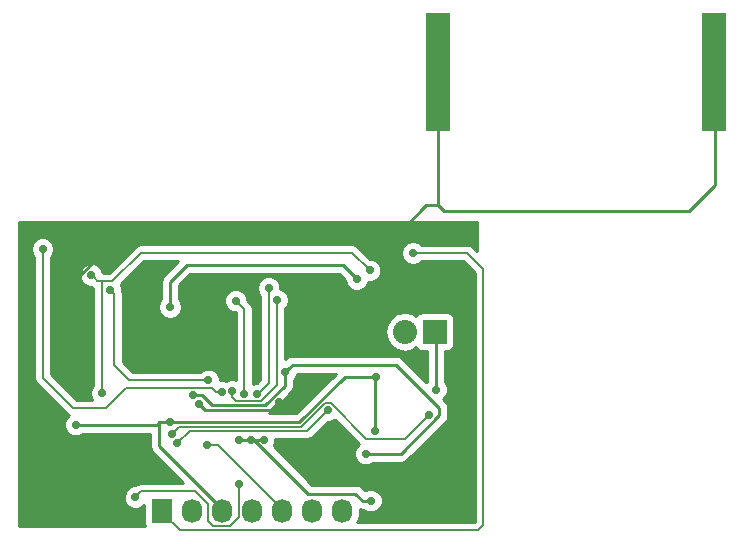
<source format=gbl>
G04 #@! TF.FileFunction,Copper,L2,Bot,Signal*
%FSLAX46Y46*%
G04 Gerber Fmt 4.6, Leading zero omitted, Abs format (unit mm)*
G04 Created by KiCad (PCBNEW (2015-11-06 BZR 6302)-product) date 2015. November 08., Vasárnap 12:44:23*
%MOMM*%
G01*
G04 APERTURE LIST*
%ADD10C,0.100000*%
%ADD11R,1.727200X2.032000*%
%ADD12O,1.727200X2.032000*%
%ADD13R,2.000000X10.000000*%
%ADD14R,2.032000X2.032000*%
%ADD15O,2.032000X2.032000*%
%ADD16C,0.708000*%
%ADD17C,0.252400*%
%ADD18C,0.152400*%
%ADD19C,0.254000*%
G04 APERTURE END LIST*
D10*
D11*
X61239400Y-74574400D03*
D12*
X63779400Y-74574400D03*
X66319400Y-74574400D03*
X68859400Y-74574400D03*
X71399400Y-74574400D03*
X73939400Y-74574400D03*
X76479400Y-74574400D03*
D13*
X84591400Y-37388800D03*
X107991400Y-37388800D03*
D14*
X84300000Y-59400000D03*
D15*
X81760000Y-59400000D03*
D16*
X54302000Y-55360178D03*
X78200339Y-72339479D03*
X79000000Y-75000000D03*
X83000000Y-75000000D03*
X87000000Y-75000000D03*
X87000000Y-71000000D03*
X87000000Y-67000000D03*
X87000000Y-63000000D03*
X87000000Y-59000000D03*
X87000000Y-55000000D03*
X78697809Y-52234571D03*
X87000000Y-51000000D03*
X83000000Y-51000000D03*
X79000000Y-51000000D03*
X75000000Y-51000000D03*
X71000000Y-51000000D03*
X67000000Y-51000000D03*
X63000000Y-51000000D03*
X59000000Y-51000000D03*
X55000000Y-51000000D03*
X51000000Y-51000000D03*
X50000000Y-54000000D03*
X50000000Y-58000000D03*
X50000000Y-62000000D03*
X50000000Y-66000000D03*
X50000000Y-70000000D03*
X50000000Y-74000000D03*
X53000000Y-75000000D03*
X57000000Y-75000000D03*
X58500000Y-52200000D03*
X64320371Y-65517832D03*
X72433180Y-66144140D03*
X76197460Y-71450200D03*
X72362060Y-69992240D03*
X71147940Y-65351660D03*
X53909436Y-67268361D03*
X84400000Y-64300000D03*
X79273400Y-67767200D03*
X79298800Y-63220600D03*
X61925200Y-67081400D03*
X63873412Y-64782620D03*
X78460600Y-69723000D03*
X71628000Y-62839600D03*
X62489080Y-68854320D03*
X75234800Y-66065400D03*
X69291200Y-64705378D03*
X70256400Y-55702200D03*
X67462400Y-56769000D03*
X68173600Y-64693800D03*
X67153350Y-64434124D03*
X70942200Y-56718200D03*
X77692607Y-54944045D03*
X61900000Y-57300000D03*
X62023123Y-68101874D03*
X83820000Y-66421000D03*
X78900000Y-73700000D03*
X69831084Y-68566621D03*
X67698436Y-68549140D03*
X68729800Y-68540400D03*
X56830489Y-55860895D03*
X65138850Y-63517380D03*
X82462183Y-52736095D03*
X65003680Y-68958460D03*
X51100000Y-52400000D03*
X66274005Y-64511116D03*
X58963560Y-73403460D03*
X67696080Y-72252840D03*
X55236493Y-54590955D03*
X78800000Y-54200000D03*
X56100000Y-64600000D03*
D17*
X58500000Y-52200000D02*
X56691196Y-52200000D01*
X54302000Y-54859547D02*
X54302000Y-55360178D01*
X56691196Y-52200000D02*
X54302000Y-54589196D01*
X54302000Y-54589196D02*
X54302000Y-54859547D01*
X78200339Y-72339479D02*
X76200000Y-72339479D01*
X76200000Y-72339479D02*
X74709299Y-72339479D01*
X76197460Y-71450200D02*
X76197460Y-71950831D01*
X76197460Y-71950831D02*
X76200000Y-71953371D01*
X76200000Y-71953371D02*
X76200000Y-72339479D01*
X74709299Y-72339479D02*
X72362060Y-69992240D01*
X83000000Y-75000000D02*
X79000000Y-75000000D01*
X87000000Y-71000000D02*
X87000000Y-75000000D01*
X87000000Y-63000000D02*
X87000000Y-67000000D01*
X87000000Y-55000000D02*
X87000000Y-59000000D01*
X84591400Y-48691400D02*
X83601006Y-48691400D01*
X83601006Y-48691400D02*
X80057835Y-52234571D01*
X80057835Y-52234571D02*
X79198440Y-52234571D01*
X79198440Y-52234571D02*
X78697809Y-52234571D01*
X83000000Y-51000000D02*
X87000000Y-51000000D01*
X75000000Y-51000000D02*
X79000000Y-51000000D01*
X67000000Y-51000000D02*
X71000000Y-51000000D01*
X59000000Y-51000000D02*
X63000000Y-51000000D01*
X51000000Y-51000000D02*
X55000000Y-51000000D01*
X50000000Y-58000000D02*
X50000000Y-54000000D01*
X50000000Y-66000000D02*
X50000000Y-62000000D01*
X50000000Y-74000000D02*
X50000000Y-70000000D01*
X57000000Y-75000000D02*
X53000000Y-75000000D01*
X64674370Y-65871831D02*
X64320371Y-65517832D01*
X70451980Y-66047620D02*
X64850159Y-66047620D01*
X64850159Y-66047620D02*
X64674370Y-65871831D01*
X108051600Y-41449000D02*
X108051600Y-47000000D01*
X85100000Y-49200000D02*
X105851600Y-49200000D01*
X105851600Y-49200000D02*
X108051600Y-47000000D01*
X84591400Y-48691400D02*
X85100000Y-49200000D01*
X84591400Y-37388800D02*
X84591400Y-48691400D01*
X72433180Y-66144140D02*
X70548500Y-66144140D01*
X70548500Y-66144140D02*
X70451980Y-66047620D01*
X72362060Y-69992240D02*
X72362060Y-68817260D01*
X72362060Y-68817260D02*
X72152740Y-68607940D01*
X72152740Y-68607940D02*
X71300340Y-68607940D01*
X70451980Y-66047620D02*
X71147940Y-65351660D01*
X107991400Y-37388800D02*
X107991400Y-41388800D01*
X107991400Y-41388800D02*
X108051600Y-41449000D01*
X54410067Y-67268361D02*
X53909436Y-67268361D01*
X60808599Y-67268361D02*
X54410067Y-67268361D01*
X60995560Y-67081400D02*
X60808599Y-67268361D01*
X84400000Y-64300000D02*
X84400000Y-59500000D01*
X84400000Y-59500000D02*
X84300000Y-59400000D01*
X62425831Y-67081400D02*
X61925200Y-67081400D01*
X76715574Y-63220600D02*
X72854774Y-67081400D01*
X72854774Y-67081400D02*
X62425831Y-67081400D01*
X79298800Y-63220600D02*
X76715574Y-63220600D01*
X60995560Y-67081400D02*
X61925200Y-67081400D01*
X66319400Y-74574400D02*
X66319400Y-74422000D01*
X66319400Y-74422000D02*
X60995560Y-69098160D01*
X60995560Y-69098160D02*
X60995560Y-67081400D01*
X79273400Y-67767200D02*
X79273400Y-63246000D01*
X79273400Y-63246000D02*
X79298800Y-63220600D01*
X78460600Y-69723000D02*
X81454250Y-69723000D01*
X84698483Y-66478767D02*
X84698483Y-65870777D01*
X81454250Y-69723000D02*
X84698483Y-66478767D01*
X81010895Y-62183189D02*
X72284411Y-62183189D01*
X84698483Y-65870777D02*
X81010895Y-62183189D01*
X72284411Y-62183189D02*
X71981999Y-62485601D01*
X71981999Y-62485601D02*
X71628000Y-62839600D01*
X65441031Y-65642809D02*
X64580842Y-64782620D01*
X69953559Y-65642809D02*
X65441031Y-65642809D01*
X64580842Y-64782620D02*
X64374043Y-64782620D01*
X71628000Y-62839600D02*
X71628000Y-63968368D01*
X71628000Y-63968368D02*
X69953559Y-65642809D01*
X64374043Y-64782620D02*
X63873412Y-64782620D01*
D18*
X62489080Y-68854320D02*
X63568580Y-67774820D01*
X73525380Y-67774820D02*
X74880801Y-66419399D01*
X74880801Y-66419399D02*
X75234800Y-66065400D01*
X63568580Y-67774820D02*
X73525380Y-67774820D01*
X70256400Y-55702200D02*
X70256400Y-63740178D01*
X69645199Y-64351379D02*
X69291200Y-64705378D01*
X70256400Y-63740178D02*
X69645199Y-64351379D01*
X68173600Y-57480200D02*
X67816399Y-57122999D01*
X68173600Y-64693800D02*
X68173600Y-57480200D01*
X67816399Y-57122999D02*
X67462400Y-56769000D01*
X69584652Y-65287998D02*
X67506593Y-65287998D01*
X70942200Y-56718200D02*
X70942200Y-63930450D01*
X70942200Y-63930450D02*
X69584652Y-65287998D01*
X67506593Y-65287998D02*
X67153350Y-64934755D01*
X67153350Y-64934755D02*
X67153350Y-64434124D01*
D17*
X61900000Y-57300000D02*
X61900000Y-55164515D01*
X61900000Y-55164515D02*
X63300265Y-53764250D01*
X63300265Y-53764250D02*
X76512812Y-53764250D01*
X76512812Y-53764250D02*
X77692607Y-54944045D01*
D18*
X78484650Y-68453000D02*
X75487450Y-65455800D01*
X81788000Y-68453000D02*
X78484650Y-68453000D01*
X83820000Y-66421000D02*
X81788000Y-68453000D01*
X62377122Y-67747875D02*
X62023123Y-68101874D01*
X74982152Y-65455800D02*
X72973660Y-67464292D01*
X62660705Y-67464292D02*
X62377122Y-67747875D01*
X72973660Y-67464292D02*
X62660705Y-67464292D01*
X75487450Y-65455800D02*
X74982152Y-65455800D01*
D17*
X78213361Y-73716391D02*
X78883609Y-73716391D01*
X78883609Y-73716391D02*
X78900000Y-73700000D01*
X78213361Y-73716391D02*
X77596970Y-73100000D01*
X77596970Y-73100000D02*
X73600000Y-73100000D01*
X73600000Y-73100000D02*
X69040400Y-68540400D01*
X69040400Y-68540400D02*
X68729800Y-68540400D01*
X69330453Y-68566621D02*
X69831084Y-68566621D01*
X68756021Y-68566621D02*
X69330453Y-68566621D01*
X68729800Y-68540400D02*
X68756021Y-68566621D01*
X68199067Y-68549140D02*
X67698436Y-68549140D01*
X68721060Y-68549140D02*
X68199067Y-68549140D01*
X68729800Y-68540400D02*
X68721060Y-68549140D01*
D18*
X65138850Y-63517380D02*
X58456682Y-63517380D01*
X57184488Y-62245186D02*
X57184488Y-56214894D01*
X58456682Y-63517380D02*
X57184488Y-62245186D01*
X57184488Y-56214894D02*
X56830489Y-55860895D01*
X61239400Y-74574400D02*
X61239400Y-74726800D01*
X61239400Y-74726800D02*
X62712600Y-76200000D01*
X62712600Y-76200000D02*
X88000000Y-76200000D01*
X88000000Y-76200000D02*
X88400000Y-75800000D01*
X87036095Y-52736095D02*
X82462183Y-52736095D01*
X88400000Y-75800000D02*
X88400000Y-54100000D01*
X88400000Y-54100000D02*
X87036095Y-52736095D01*
X71399400Y-74422000D02*
X71399400Y-74574400D01*
X65935860Y-68958460D02*
X71399400Y-74422000D01*
X65003680Y-68958460D02*
X65935860Y-68958460D01*
X53700000Y-65900000D02*
X51100000Y-63300000D01*
X51100000Y-63300000D02*
X51100000Y-52400000D01*
X56500000Y-65900000D02*
X53700000Y-65900000D01*
X58200000Y-64200000D02*
X56500000Y-65900000D01*
X65462258Y-64200000D02*
X58200000Y-64200000D01*
X65773374Y-64511116D02*
X65462258Y-64200000D01*
X66274005Y-64511116D02*
X65773374Y-64511116D01*
X64041020Y-72910700D02*
X59456320Y-72910700D01*
X59456320Y-72910700D02*
X58963560Y-73403460D01*
X65100200Y-73969880D02*
X64041020Y-72910700D01*
X65100200Y-75387200D02*
X65100200Y-73969880D01*
X65532010Y-75819010D02*
X65100200Y-75387200D01*
X67696080Y-75090020D02*
X66967090Y-75819010D01*
X66967090Y-75819010D02*
X65532010Y-75819010D01*
X67696080Y-72252840D02*
X67696080Y-75090020D01*
X55590492Y-54944954D02*
X55236493Y-54590955D01*
X55745538Y-55100000D02*
X55590492Y-54944954D01*
X56100000Y-55100000D02*
X55745538Y-55100000D01*
X59400000Y-52700000D02*
X77300000Y-52700000D01*
X77300000Y-52700000D02*
X78800000Y-54200000D01*
X57000000Y-55100000D02*
X59400000Y-52700000D01*
X56100000Y-55100000D02*
X57000000Y-55100000D01*
X56100000Y-64600000D02*
X56100000Y-55100000D01*
D19*
G36*
X87873000Y-52567212D02*
X87538989Y-52233201D01*
X87308260Y-52079032D01*
X87036095Y-52024895D01*
X83149662Y-52024895D01*
X83023138Y-51898150D01*
X82659770Y-51747267D01*
X82266322Y-51746923D01*
X81902691Y-51897172D01*
X81624238Y-52175140D01*
X81473355Y-52538508D01*
X81473011Y-52931956D01*
X81623260Y-53295587D01*
X81901228Y-53574040D01*
X82264596Y-53724923D01*
X82658044Y-53725267D01*
X83021675Y-53575018D01*
X83149621Y-53447295D01*
X86741507Y-53447295D01*
X87688800Y-54394588D01*
X87688800Y-75488800D01*
X77759579Y-75488800D01*
X77863926Y-75332634D01*
X77978000Y-74759145D01*
X77978000Y-74430776D01*
X78213361Y-74477592D01*
X78213366Y-74477591D01*
X78278796Y-74477591D01*
X78339045Y-74537945D01*
X78702413Y-74688828D01*
X79095861Y-74689172D01*
X79459492Y-74538923D01*
X79737945Y-74260955D01*
X79888828Y-73897587D01*
X79889172Y-73504139D01*
X79738923Y-73140508D01*
X79460955Y-72862055D01*
X79097587Y-72711172D01*
X78704139Y-72710828D01*
X78407051Y-72833582D01*
X78135220Y-72561750D01*
X77888269Y-72396743D01*
X77596970Y-72338800D01*
X73915300Y-72338800D01*
X70679312Y-69102812D01*
X70819912Y-68764208D01*
X70820155Y-68486020D01*
X73525380Y-68486020D01*
X73797545Y-68431883D01*
X74028274Y-68277714D01*
X75251573Y-67054415D01*
X75430661Y-67054572D01*
X75794292Y-66904323D01*
X75862298Y-66836436D01*
X77907357Y-68881495D01*
X77901108Y-68884077D01*
X77622655Y-69162045D01*
X77471772Y-69525413D01*
X77471428Y-69918861D01*
X77621677Y-70282492D01*
X77899645Y-70560945D01*
X78263013Y-70711828D01*
X78656461Y-70712172D01*
X79020092Y-70561923D01*
X79097951Y-70484200D01*
X81454250Y-70484200D01*
X81745549Y-70426257D01*
X81992500Y-70261250D01*
X85236730Y-67017019D01*
X85236733Y-67017017D01*
X85401740Y-66770066D01*
X85459683Y-66478767D01*
X85459683Y-65870777D01*
X85401740Y-65579478D01*
X85236733Y-65332527D01*
X85001347Y-65097141D01*
X85237945Y-64860955D01*
X85388828Y-64497587D01*
X85389172Y-64104139D01*
X85238923Y-63740508D01*
X85161200Y-63662649D01*
X85161200Y-61063440D01*
X85316000Y-61063440D01*
X85551317Y-61019162D01*
X85767441Y-60880090D01*
X85912431Y-60667890D01*
X85963440Y-60416000D01*
X85963440Y-58384000D01*
X85919162Y-58148683D01*
X85780090Y-57932559D01*
X85567890Y-57787569D01*
X85316000Y-57736560D01*
X83284000Y-57736560D01*
X83048683Y-57780838D01*
X82832559Y-57919910D01*
X82730802Y-58068837D01*
X82391810Y-57842330D01*
X81760000Y-57716655D01*
X81128190Y-57842330D01*
X80592567Y-58200222D01*
X80234675Y-58735845D01*
X80109000Y-59367655D01*
X80109000Y-59432345D01*
X80234675Y-60064155D01*
X80592567Y-60599778D01*
X81128190Y-60957670D01*
X81760000Y-61083345D01*
X82391810Y-60957670D01*
X82731792Y-60730501D01*
X82819910Y-60867441D01*
X83032110Y-61012431D01*
X83284000Y-61063440D01*
X83638800Y-61063440D01*
X83638800Y-63662434D01*
X83602688Y-63698482D01*
X81549145Y-61644939D01*
X81302194Y-61479932D01*
X81010895Y-61421989D01*
X72284411Y-61421989D01*
X71993112Y-61479932D01*
X71746161Y-61644939D01*
X71653400Y-61737700D01*
X71653400Y-57405679D01*
X71780145Y-57279155D01*
X71931028Y-56915787D01*
X71931372Y-56522339D01*
X71781123Y-56158708D01*
X71503155Y-55880255D01*
X71245339Y-55773201D01*
X71245572Y-55506339D01*
X71095323Y-55142708D01*
X70817355Y-54864255D01*
X70453987Y-54713372D01*
X70060539Y-54713028D01*
X69696908Y-54863277D01*
X69418455Y-55141245D01*
X69267572Y-55504613D01*
X69267228Y-55898061D01*
X69417477Y-56261692D01*
X69545200Y-56389638D01*
X69545200Y-63445589D01*
X69274427Y-63716363D01*
X69095339Y-63716206D01*
X68884800Y-63803199D01*
X68884800Y-57480200D01*
X68830663Y-57208036D01*
X68760088Y-57102413D01*
X68676494Y-56977305D01*
X68451415Y-56752227D01*
X68451572Y-56573139D01*
X68301323Y-56209508D01*
X68023355Y-55931055D01*
X67659987Y-55780172D01*
X67266539Y-55779828D01*
X66902908Y-55930077D01*
X66624455Y-56208045D01*
X66473572Y-56571413D01*
X66473228Y-56964861D01*
X66623477Y-57328492D01*
X66901445Y-57606945D01*
X67264813Y-57757828D01*
X67445598Y-57757986D01*
X67462400Y-57774788D01*
X67462400Y-63491579D01*
X67350937Y-63445296D01*
X66957489Y-63444952D01*
X66620588Y-63584156D01*
X66471592Y-63522288D01*
X66127847Y-63521987D01*
X66128022Y-63321519D01*
X65977773Y-62957888D01*
X65699805Y-62679435D01*
X65336437Y-62528552D01*
X64942989Y-62528208D01*
X64579358Y-62678457D01*
X64451412Y-62806180D01*
X58751270Y-62806180D01*
X57895688Y-61950598D01*
X57895688Y-56214894D01*
X57841551Y-55942730D01*
X57841551Y-55942729D01*
X57819447Y-55909648D01*
X57819661Y-55665034D01*
X57708876Y-55396912D01*
X59694589Y-53411200D01*
X62576815Y-53411200D01*
X61361750Y-54626265D01*
X61196743Y-54873216D01*
X61138800Y-55164515D01*
X61138800Y-56662434D01*
X61062055Y-56739045D01*
X60911172Y-57102413D01*
X60910828Y-57495861D01*
X61061077Y-57859492D01*
X61339045Y-58137945D01*
X61702413Y-58288828D01*
X62095861Y-58289172D01*
X62459492Y-58138923D01*
X62737945Y-57860955D01*
X62888828Y-57497587D01*
X62889172Y-57104139D01*
X62738923Y-56740508D01*
X62661200Y-56662649D01*
X62661200Y-55479815D01*
X63615565Y-54525450D01*
X76197512Y-54525450D01*
X76703530Y-55031468D01*
X76703435Y-55139906D01*
X76853684Y-55503537D01*
X77131652Y-55781990D01*
X77495020Y-55932873D01*
X77888468Y-55933217D01*
X78252099Y-55782968D01*
X78530552Y-55505000D01*
X78661816Y-55188880D01*
X78995861Y-55189172D01*
X79359492Y-55038923D01*
X79637945Y-54760955D01*
X79788828Y-54397587D01*
X79789172Y-54004139D01*
X79638923Y-53640508D01*
X79360955Y-53362055D01*
X78997587Y-53211172D01*
X78816803Y-53211014D01*
X77802894Y-52197106D01*
X77572165Y-52042937D01*
X77300000Y-51988800D01*
X59400000Y-51988800D01*
X59127836Y-52042937D01*
X58897106Y-52197105D01*
X56705412Y-54388800D01*
X56223064Y-54388800D01*
X56075416Y-54031463D01*
X55797448Y-53753010D01*
X55434080Y-53602127D01*
X55040632Y-53601783D01*
X54677001Y-53752032D01*
X54398548Y-54030000D01*
X54247665Y-54393368D01*
X54247321Y-54786816D01*
X54397570Y-55150447D01*
X54675538Y-55428900D01*
X55038906Y-55579783D01*
X55219691Y-55579941D01*
X55242644Y-55602894D01*
X55388800Y-55700553D01*
X55388800Y-63912521D01*
X55262055Y-64039045D01*
X55111172Y-64402413D01*
X55110828Y-64795861D01*
X55261077Y-65159492D01*
X55290334Y-65188800D01*
X53994589Y-65188800D01*
X51811200Y-63005412D01*
X51811200Y-53087479D01*
X51937945Y-52960955D01*
X52088828Y-52597587D01*
X52089172Y-52204139D01*
X51938923Y-51840508D01*
X51660955Y-51562055D01*
X51297587Y-51411172D01*
X50904139Y-51410828D01*
X50540508Y-51561077D01*
X50262055Y-51839045D01*
X50111172Y-52202413D01*
X50110828Y-52595861D01*
X50261077Y-52959492D01*
X50388800Y-53087438D01*
X50388800Y-63300000D01*
X50442937Y-63572165D01*
X50597106Y-63802894D01*
X53197105Y-66402894D01*
X53304590Y-66474713D01*
X53071491Y-66707406D01*
X52920608Y-67070774D01*
X52920264Y-67464222D01*
X53070513Y-67827853D01*
X53348481Y-68106306D01*
X53711849Y-68257189D01*
X54105297Y-68257533D01*
X54468928Y-68107284D01*
X54546787Y-68029561D01*
X60234360Y-68029561D01*
X60234360Y-69098160D01*
X60292303Y-69389459D01*
X60391763Y-69538312D01*
X60457310Y-69636410D01*
X63020400Y-72199500D01*
X59456320Y-72199500D01*
X59184155Y-72253637D01*
X58953426Y-72407806D01*
X58946787Y-72414445D01*
X58767699Y-72414288D01*
X58404068Y-72564537D01*
X58125615Y-72842505D01*
X57974732Y-73205873D01*
X57974388Y-73599321D01*
X58124637Y-73962952D01*
X58402605Y-74241405D01*
X58765973Y-74392288D01*
X59159421Y-74392632D01*
X59523052Y-74242383D01*
X59728360Y-74037433D01*
X59728360Y-75590400D01*
X59772638Y-75825717D01*
X59803064Y-75873000D01*
X49127000Y-75873000D01*
X49127000Y-50127000D01*
X87873000Y-50127000D01*
X87873000Y-52567212D01*
X87873000Y-52567212D01*
G37*
X87873000Y-52567212D02*
X87538989Y-52233201D01*
X87308260Y-52079032D01*
X87036095Y-52024895D01*
X83149662Y-52024895D01*
X83023138Y-51898150D01*
X82659770Y-51747267D01*
X82266322Y-51746923D01*
X81902691Y-51897172D01*
X81624238Y-52175140D01*
X81473355Y-52538508D01*
X81473011Y-52931956D01*
X81623260Y-53295587D01*
X81901228Y-53574040D01*
X82264596Y-53724923D01*
X82658044Y-53725267D01*
X83021675Y-53575018D01*
X83149621Y-53447295D01*
X86741507Y-53447295D01*
X87688800Y-54394588D01*
X87688800Y-75488800D01*
X77759579Y-75488800D01*
X77863926Y-75332634D01*
X77978000Y-74759145D01*
X77978000Y-74430776D01*
X78213361Y-74477592D01*
X78213366Y-74477591D01*
X78278796Y-74477591D01*
X78339045Y-74537945D01*
X78702413Y-74688828D01*
X79095861Y-74689172D01*
X79459492Y-74538923D01*
X79737945Y-74260955D01*
X79888828Y-73897587D01*
X79889172Y-73504139D01*
X79738923Y-73140508D01*
X79460955Y-72862055D01*
X79097587Y-72711172D01*
X78704139Y-72710828D01*
X78407051Y-72833582D01*
X78135220Y-72561750D01*
X77888269Y-72396743D01*
X77596970Y-72338800D01*
X73915300Y-72338800D01*
X70679312Y-69102812D01*
X70819912Y-68764208D01*
X70820155Y-68486020D01*
X73525380Y-68486020D01*
X73797545Y-68431883D01*
X74028274Y-68277714D01*
X75251573Y-67054415D01*
X75430661Y-67054572D01*
X75794292Y-66904323D01*
X75862298Y-66836436D01*
X77907357Y-68881495D01*
X77901108Y-68884077D01*
X77622655Y-69162045D01*
X77471772Y-69525413D01*
X77471428Y-69918861D01*
X77621677Y-70282492D01*
X77899645Y-70560945D01*
X78263013Y-70711828D01*
X78656461Y-70712172D01*
X79020092Y-70561923D01*
X79097951Y-70484200D01*
X81454250Y-70484200D01*
X81745549Y-70426257D01*
X81992500Y-70261250D01*
X85236730Y-67017019D01*
X85236733Y-67017017D01*
X85401740Y-66770066D01*
X85459683Y-66478767D01*
X85459683Y-65870777D01*
X85401740Y-65579478D01*
X85236733Y-65332527D01*
X85001347Y-65097141D01*
X85237945Y-64860955D01*
X85388828Y-64497587D01*
X85389172Y-64104139D01*
X85238923Y-63740508D01*
X85161200Y-63662649D01*
X85161200Y-61063440D01*
X85316000Y-61063440D01*
X85551317Y-61019162D01*
X85767441Y-60880090D01*
X85912431Y-60667890D01*
X85963440Y-60416000D01*
X85963440Y-58384000D01*
X85919162Y-58148683D01*
X85780090Y-57932559D01*
X85567890Y-57787569D01*
X85316000Y-57736560D01*
X83284000Y-57736560D01*
X83048683Y-57780838D01*
X82832559Y-57919910D01*
X82730802Y-58068837D01*
X82391810Y-57842330D01*
X81760000Y-57716655D01*
X81128190Y-57842330D01*
X80592567Y-58200222D01*
X80234675Y-58735845D01*
X80109000Y-59367655D01*
X80109000Y-59432345D01*
X80234675Y-60064155D01*
X80592567Y-60599778D01*
X81128190Y-60957670D01*
X81760000Y-61083345D01*
X82391810Y-60957670D01*
X82731792Y-60730501D01*
X82819910Y-60867441D01*
X83032110Y-61012431D01*
X83284000Y-61063440D01*
X83638800Y-61063440D01*
X83638800Y-63662434D01*
X83602688Y-63698482D01*
X81549145Y-61644939D01*
X81302194Y-61479932D01*
X81010895Y-61421989D01*
X72284411Y-61421989D01*
X71993112Y-61479932D01*
X71746161Y-61644939D01*
X71653400Y-61737700D01*
X71653400Y-57405679D01*
X71780145Y-57279155D01*
X71931028Y-56915787D01*
X71931372Y-56522339D01*
X71781123Y-56158708D01*
X71503155Y-55880255D01*
X71245339Y-55773201D01*
X71245572Y-55506339D01*
X71095323Y-55142708D01*
X70817355Y-54864255D01*
X70453987Y-54713372D01*
X70060539Y-54713028D01*
X69696908Y-54863277D01*
X69418455Y-55141245D01*
X69267572Y-55504613D01*
X69267228Y-55898061D01*
X69417477Y-56261692D01*
X69545200Y-56389638D01*
X69545200Y-63445589D01*
X69274427Y-63716363D01*
X69095339Y-63716206D01*
X68884800Y-63803199D01*
X68884800Y-57480200D01*
X68830663Y-57208036D01*
X68760088Y-57102413D01*
X68676494Y-56977305D01*
X68451415Y-56752227D01*
X68451572Y-56573139D01*
X68301323Y-56209508D01*
X68023355Y-55931055D01*
X67659987Y-55780172D01*
X67266539Y-55779828D01*
X66902908Y-55930077D01*
X66624455Y-56208045D01*
X66473572Y-56571413D01*
X66473228Y-56964861D01*
X66623477Y-57328492D01*
X66901445Y-57606945D01*
X67264813Y-57757828D01*
X67445598Y-57757986D01*
X67462400Y-57774788D01*
X67462400Y-63491579D01*
X67350937Y-63445296D01*
X66957489Y-63444952D01*
X66620588Y-63584156D01*
X66471592Y-63522288D01*
X66127847Y-63521987D01*
X66128022Y-63321519D01*
X65977773Y-62957888D01*
X65699805Y-62679435D01*
X65336437Y-62528552D01*
X64942989Y-62528208D01*
X64579358Y-62678457D01*
X64451412Y-62806180D01*
X58751270Y-62806180D01*
X57895688Y-61950598D01*
X57895688Y-56214894D01*
X57841551Y-55942730D01*
X57841551Y-55942729D01*
X57819447Y-55909648D01*
X57819661Y-55665034D01*
X57708876Y-55396912D01*
X59694589Y-53411200D01*
X62576815Y-53411200D01*
X61361750Y-54626265D01*
X61196743Y-54873216D01*
X61138800Y-55164515D01*
X61138800Y-56662434D01*
X61062055Y-56739045D01*
X60911172Y-57102413D01*
X60910828Y-57495861D01*
X61061077Y-57859492D01*
X61339045Y-58137945D01*
X61702413Y-58288828D01*
X62095861Y-58289172D01*
X62459492Y-58138923D01*
X62737945Y-57860955D01*
X62888828Y-57497587D01*
X62889172Y-57104139D01*
X62738923Y-56740508D01*
X62661200Y-56662649D01*
X62661200Y-55479815D01*
X63615565Y-54525450D01*
X76197512Y-54525450D01*
X76703530Y-55031468D01*
X76703435Y-55139906D01*
X76853684Y-55503537D01*
X77131652Y-55781990D01*
X77495020Y-55932873D01*
X77888468Y-55933217D01*
X78252099Y-55782968D01*
X78530552Y-55505000D01*
X78661816Y-55188880D01*
X78995861Y-55189172D01*
X79359492Y-55038923D01*
X79637945Y-54760955D01*
X79788828Y-54397587D01*
X79789172Y-54004139D01*
X79638923Y-53640508D01*
X79360955Y-53362055D01*
X78997587Y-53211172D01*
X78816803Y-53211014D01*
X77802894Y-52197106D01*
X77572165Y-52042937D01*
X77300000Y-51988800D01*
X59400000Y-51988800D01*
X59127836Y-52042937D01*
X58897106Y-52197105D01*
X56705412Y-54388800D01*
X56223064Y-54388800D01*
X56075416Y-54031463D01*
X55797448Y-53753010D01*
X55434080Y-53602127D01*
X55040632Y-53601783D01*
X54677001Y-53752032D01*
X54398548Y-54030000D01*
X54247665Y-54393368D01*
X54247321Y-54786816D01*
X54397570Y-55150447D01*
X54675538Y-55428900D01*
X55038906Y-55579783D01*
X55219691Y-55579941D01*
X55242644Y-55602894D01*
X55388800Y-55700553D01*
X55388800Y-63912521D01*
X55262055Y-64039045D01*
X55111172Y-64402413D01*
X55110828Y-64795861D01*
X55261077Y-65159492D01*
X55290334Y-65188800D01*
X53994589Y-65188800D01*
X51811200Y-63005412D01*
X51811200Y-53087479D01*
X51937945Y-52960955D01*
X52088828Y-52597587D01*
X52089172Y-52204139D01*
X51938923Y-51840508D01*
X51660955Y-51562055D01*
X51297587Y-51411172D01*
X50904139Y-51410828D01*
X50540508Y-51561077D01*
X50262055Y-51839045D01*
X50111172Y-52202413D01*
X50110828Y-52595861D01*
X50261077Y-52959492D01*
X50388800Y-53087438D01*
X50388800Y-63300000D01*
X50442937Y-63572165D01*
X50597106Y-63802894D01*
X53197105Y-66402894D01*
X53304590Y-66474713D01*
X53071491Y-66707406D01*
X52920608Y-67070774D01*
X52920264Y-67464222D01*
X53070513Y-67827853D01*
X53348481Y-68106306D01*
X53711849Y-68257189D01*
X54105297Y-68257533D01*
X54468928Y-68107284D01*
X54546787Y-68029561D01*
X60234360Y-68029561D01*
X60234360Y-69098160D01*
X60292303Y-69389459D01*
X60391763Y-69538312D01*
X60457310Y-69636410D01*
X63020400Y-72199500D01*
X59456320Y-72199500D01*
X59184155Y-72253637D01*
X58953426Y-72407806D01*
X58946787Y-72414445D01*
X58767699Y-72414288D01*
X58404068Y-72564537D01*
X58125615Y-72842505D01*
X57974732Y-73205873D01*
X57974388Y-73599321D01*
X58124637Y-73962952D01*
X58402605Y-74241405D01*
X58765973Y-74392288D01*
X59159421Y-74392632D01*
X59523052Y-74242383D01*
X59728360Y-74037433D01*
X59728360Y-75590400D01*
X59772638Y-75825717D01*
X59803064Y-75873000D01*
X49127000Y-75873000D01*
X49127000Y-50127000D01*
X87873000Y-50127000D01*
X87873000Y-52567212D01*
G36*
X63906400Y-74447400D02*
X63926400Y-74447400D01*
X63926400Y-74701400D01*
X63906400Y-74701400D01*
X63906400Y-74721400D01*
X63652400Y-74721400D01*
X63652400Y-74701400D01*
X63632400Y-74701400D01*
X63632400Y-74447400D01*
X63652400Y-74447400D01*
X63652400Y-74427400D01*
X63906400Y-74427400D01*
X63906400Y-74447400D01*
X63906400Y-74447400D01*
G37*
X63906400Y-74447400D02*
X63926400Y-74447400D01*
X63926400Y-74701400D01*
X63906400Y-74701400D01*
X63906400Y-74721400D01*
X63652400Y-74721400D01*
X63652400Y-74701400D01*
X63632400Y-74701400D01*
X63632400Y-74447400D01*
X63652400Y-74447400D01*
X63652400Y-74427400D01*
X63906400Y-74427400D01*
X63906400Y-74447400D01*
G36*
X72539474Y-66320200D02*
X70283569Y-66320200D01*
X70491809Y-66181059D01*
X72166250Y-64506618D01*
X72215210Y-64433344D01*
X72331257Y-64259667D01*
X72389200Y-63968368D01*
X72389200Y-63477166D01*
X72465945Y-63400555D01*
X72616828Y-63037187D01*
X72616909Y-62944389D01*
X75915286Y-62944389D01*
X72539474Y-66320200D01*
X72539474Y-66320200D01*
G37*
X72539474Y-66320200D02*
X70283569Y-66320200D01*
X70491809Y-66181059D01*
X72166250Y-64506618D01*
X72215210Y-64433344D01*
X72331257Y-64259667D01*
X72389200Y-63968368D01*
X72389200Y-63477166D01*
X72465945Y-63400555D01*
X72616828Y-63037187D01*
X72616909Y-62944389D01*
X75915286Y-62944389D01*
X72539474Y-66320200D01*
M02*

</source>
